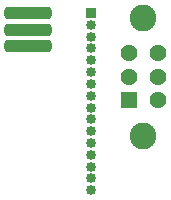
<source format=gbr>
%TF.GenerationSoftware,KiCad,Pcbnew,7.0.5-0*%
%TF.CreationDate,2023-06-18T22:27:15-04:00*%
%TF.ProjectId,esp_connectors,6573705f-636f-46e6-9e65-63746f72732e,rev?*%
%TF.SameCoordinates,Original*%
%TF.FileFunction,Soldermask,Bot*%
%TF.FilePolarity,Negative*%
%FSLAX46Y46*%
G04 Gerber Fmt 4.6, Leading zero omitted, Abs format (unit mm)*
G04 Created by KiCad (PCBNEW 7.0.5-0) date 2023-06-18 22:27:15*
%MOMM*%
%LPD*%
G01*
G04 APERTURE LIST*
G04 Aperture macros list*
%AMRoundRect*
0 Rectangle with rounded corners*
0 $1 Rounding radius*
0 $2 $3 $4 $5 $6 $7 $8 $9 X,Y pos of 4 corners*
0 Add a 4 corners polygon primitive as box body*
4,1,4,$2,$3,$4,$5,$6,$7,$8,$9,$2,$3,0*
0 Add four circle primitives for the rounded corners*
1,1,$1+$1,$2,$3*
1,1,$1+$1,$4,$5*
1,1,$1+$1,$6,$7*
1,1,$1+$1,$8,$9*
0 Add four rect primitives between the rounded corners*
20,1,$1+$1,$2,$3,$4,$5,0*
20,1,$1+$1,$4,$5,$6,$7,0*
20,1,$1+$1,$6,$7,$8,$9,0*
20,1,$1+$1,$8,$9,$2,$3,0*%
G04 Aperture macros list end*
%ADD10RoundRect,0.250000X-1.750000X0.250000X-1.750000X-0.250000X1.750000X-0.250000X1.750000X0.250000X0*%
%ADD11R,0.850000X0.850000*%
%ADD12O,0.850000X0.850000*%
%ADD13R,1.438000X1.438000*%
%ADD14C,1.438000*%
%ADD15C,2.265000*%
G04 APERTURE END LIST*
D10*
%TO.C,Gn*%
X154600000Y-82600000D03*
%TD*%
D11*
%TO.C,J1*%
X160000000Y-81200000D03*
D12*
X160000000Y-82200000D03*
X160000000Y-83200000D03*
X160000000Y-84200000D03*
X160000000Y-85200000D03*
X160000000Y-86200000D03*
X160000000Y-87200000D03*
X160000000Y-88200000D03*
X160000000Y-89200000D03*
X160000000Y-90200000D03*
X160000000Y-91200000D03*
X160000000Y-92200000D03*
X160000000Y-93200000D03*
X160000000Y-94200000D03*
X160000000Y-95200000D03*
X160000000Y-96200000D03*
%TD*%
D10*
%TO.C,Sg*%
X154600000Y-84000000D03*
%TD*%
%TO.C,Vc*%
X154600000Y-81200000D03*
%TD*%
D13*
%TO.C,S1*%
X163150000Y-88600000D03*
D14*
X163150000Y-86600000D03*
X163150000Y-84600000D03*
X165650000Y-88600000D03*
X165650000Y-86600000D03*
X165650000Y-84600000D03*
D15*
X164400000Y-91600000D03*
X164400000Y-81600000D03*
%TD*%
M02*

</source>
